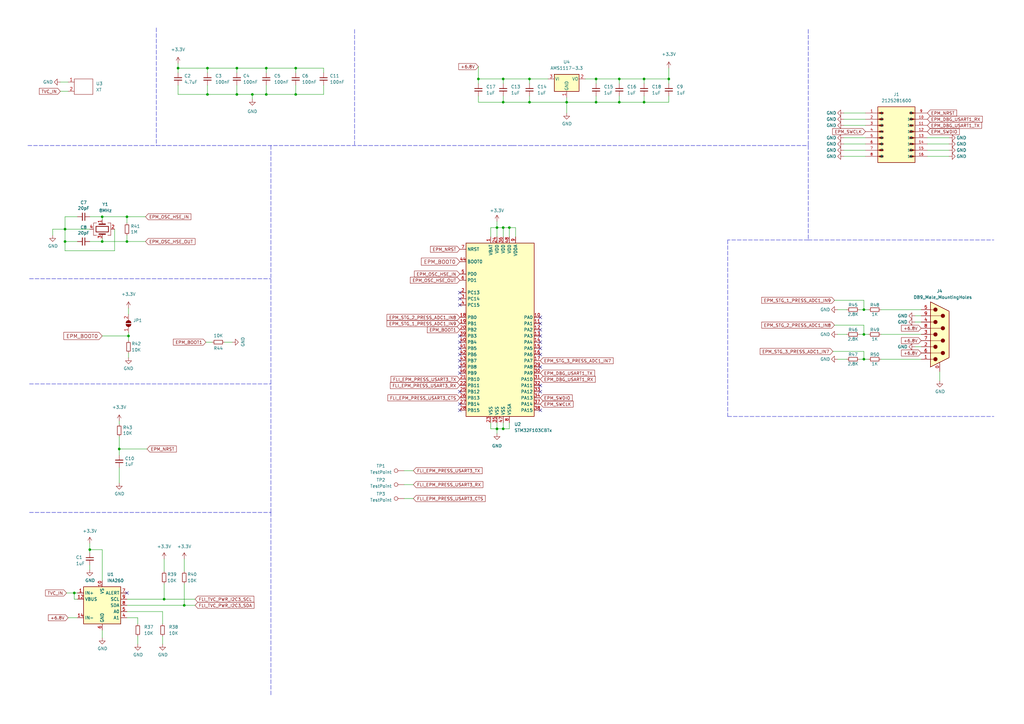
<source format=kicad_sch>
(kicad_sch (version 20211123) (generator eeschema)
  (paper "A3")
  (lib_symbols
    (symbol "2125281600:2125281600" (pin_names (offset 1.016))
      (property "Reference" "J" (at -7.62 11.43 0))
      (property "Value" "2125281600" (at -7.62 -15.24 0))
      (symbol "2125281600_0_0"
        (rectangle (start -7.62 -12.7) (end 7.62 10.16) (stroke (width 0.254)) (fill (type background)))
        (rectangle (start -6.985 -10.4775) (end -5.3975 -9.8425) (stroke (width 0.1)) (fill (type outline)))
        (rectangle (start -6.985 -7.9375) (end -5.3975 -7.3025) (stroke (width 0.1)) (fill (type outline)))
        (rectangle (start -6.985 -5.3975) (end -5.3975 -4.7625) (stroke (width 0.1)) (fill (type outline)))
        (rectangle (start -6.985 -2.8575) (end -5.3975 -2.2225) (stroke (width 0.1)) (fill (type outline)))
        (rectangle (start -6.985 -0.3175) (end -5.3975 0.3175) (stroke (width 0.1)) (fill (type outline)))
        (rectangle (start -6.985 2.2225) (end -5.3975 2.8575) (stroke (width 0.1)) (fill (type outline)))
        (rectangle (start -6.985 4.7625) (end -5.3975 5.3975) (stroke (width 0.1)) (fill (type outline)))
        (rectangle (start -6.985 7.3025) (end -5.3975 7.9375) (stroke (width 0.1)) (fill (type outline)))
        (polyline (pts (xy -7.62 -10.16) (xy -5.715 -10.16)) (stroke (width 0.254)))
        (polyline (pts (xy -7.62 -7.62) (xy -5.715 -7.62)) (stroke (width 0.254)))
        (polyline (pts (xy -7.62 -5.08) (xy -5.715 -5.08)) (stroke (width 0.254)))
        (polyline (pts (xy -7.62 -2.54) (xy -5.715 -2.54)) (stroke (width 0.254)))
        (polyline (pts (xy -7.62 0) (xy -5.715 0)) (stroke (width 0.254)))
        (polyline (pts (xy -7.62 2.54) (xy -5.715 2.54)) (stroke (width 0.254)))
        (polyline (pts (xy -7.62 5.08) (xy -5.715 5.08)) (stroke (width 0.254)))
        (polyline (pts (xy -7.62 7.62) (xy -5.715 7.62)) (stroke (width 0.254)))
        (polyline (pts (xy 7.62 -10.16) (xy 5.715 -10.16)) (stroke (width 0.254)))
        (polyline (pts (xy 7.62 -7.62) (xy 5.715 -7.62)) (stroke (width 0.254)))
        (polyline (pts (xy 7.62 -5.08) (xy 5.715 -5.08)) (stroke (width 0.254)))
        (polyline (pts (xy 7.62 -2.54) (xy 5.715 -2.54)) (stroke (width 0.254)))
        (polyline (pts (xy 7.62 0) (xy 5.715 0)) (stroke (width 0.254)))
        (polyline (pts (xy 7.62 5.08) (xy 5.715 5.08)) (stroke (width 0.254)))
        (polyline (pts (xy 7.62 7.62) (xy 5.715 7.62)) (stroke (width 0.254)))
        (rectangle (start 5.3975 -10.4775) (end 6.985 -9.8425) (stroke (width 0.1)) (fill (type outline)))
        (rectangle (start 5.3975 -7.9375) (end 6.985 -7.3025) (stroke (width 0.1)) (fill (type outline)))
        (rectangle (start 5.3975 -5.3975) (end 6.985 -4.7625) (stroke (width 0.1)) (fill (type outline)))
        (rectangle (start 5.3975 -2.8575) (end 6.985 -2.2225) (stroke (width 0.1)) (fill (type outline)))
        (rectangle (start 5.3975 -0.3175) (end 6.985 0.3175) (stroke (width 0.1)) (fill (type outline)))
        (rectangle (start 5.3975 2.2225) (end 6.985 2.8575) (stroke (width 0.1)) (fill (type outline)))
        (rectangle (start 5.3975 4.7625) (end 6.985 5.3975) (stroke (width 0.1)) (fill (type outline)))
        (rectangle (start 5.3975 7.3025) (end 6.985 7.9375) (stroke (width 0.1)) (fill (type outline)))
        (pin passive line (at -12.7 7.62 0) (length 5.08) (name "1") (number "1"))
        (pin passive line (at 12.7 5.08 180) (length 5.08) (name "10") (number "10"))
        (pin passive line (at 12.7 2.54 180) (length 5.08) (name "11") (number "11"))
        (pin passive line (at 12.7 0 180) (length 5.08) (name "12") (number "12"))
        (pin passive line (at 12.7 -2.54 180) (length 5.08) (name "13") (number "13"))
        (pin passive line (at 12.7 -5.08 180) (length 5.08) (name "14") (number "14"))
        (pin passive line (at 12.7 -7.62 180) (length 5.08) (name "15") (number "15"))
        (pin passive line (at 12.7 -10.16 180) (length 5.08) (name "16") (number "16"))
        (pin passive line (at -12.7 5.08 0) (length 5.08) (name "2") (number "2"))
        (pin passive line (at -12.7 2.54 0) (length 5.08) (name "3") (number "3"))
        (pin passive line (at -12.7 0 0) (length 5.08) (name "4") (number "4"))
        (pin passive line (at -12.7 -2.54 0) (length 5.08) (name "5") (number "5"))
        (pin passive line (at -12.7 -5.08 0) (length 5.08) (name "6") (number "6"))
        (pin passive line (at -12.7 -7.62 0) (length 5.08) (name "7") (number "7"))
        (pin passive line (at -12.7 -10.16 0) (length 5.08) (name "8") (number "8"))
        (pin passive line (at 12.7 7.62 180) (length 5.08) (name "9") (number "9"))
      )
    )
    (symbol "C_Small_1" (pin_numbers hide) (pin_names (offset 0.254) hide)
      (property "Reference" "C" (at 0.254 1.778 0))
      (property "Value" "C_Small_1" (at 0.254 -2.032 0))
      (symbol "C_Small_1_0_1"
        (polyline (pts (xy -1.524 -0.508) (xy 1.524 -0.508)) (stroke (width 0.3302)))
        (polyline (pts (xy -1.524 0.508) (xy 1.524 0.508)) (stroke (width 0.3048)))
      )
      (symbol "C_Small_1_1_1"
        (pin passive line (at 0 2.54 270) (length 2.032) (name "~") (number "1"))
        (pin passive line (at 0 -2.54 90) (length 2.032) (name "~") (number "2"))
      )
    )
    (symbol "Connector:DB9_Male_MountingHoles" (pin_names (offset 1.016) hide)
      (property "Reference" "J" (at 0 16.51 0))
      (property "Value" "DB9_Male_MountingHoles" (at 0 14.605 0))
      (symbol "DB9_Male_MountingHoles_0_1"
        (circle (center -1.778 -10.16) (radius 0.762) (fill (type outline)))
        (circle (center -1.778 -5.08) (radius 0.762) (fill (type outline)))
        (circle (center -1.778 0) (radius 0.762) (fill (type outline)))
        (circle (center -1.778 5.08) (radius 0.762) (fill (type outline)))
        (circle (center -1.778 10.16) (radius 0.762) (fill (type outline)))
        (polyline (pts (xy -3.81 -10.16) (xy -2.54 -10.16)))
        (polyline (pts (xy -3.81 -7.62) (xy 0.508 -7.62)))
        (polyline (pts (xy -3.81 -5.08) (xy -2.54 -5.08)))
        (polyline (pts (xy -3.81 -2.54) (xy 0.508 -2.54)))
        (polyline (pts (xy -3.81 0) (xy -2.54 0)))
        (polyline (pts (xy -3.81 2.54) (xy 0.508 2.54)))
        (polyline (pts (xy -3.81 5.08) (xy -2.54 5.08)))
        (polyline (pts (xy -3.81 7.62) (xy 0.508 7.62)))
        (polyline (pts (xy -3.81 10.16) (xy -2.54 10.16)))
        (polyline (pts (xy -3.81 -13.335) (xy -3.81 13.335) (xy 3.81 9.525) (xy 3.81 -9.525) (xy -3.81 -13.335)) (stroke (width 0.254)) (fill (type background)))
        (circle (center 1.27 -7.62) (radius 0.762) (fill (type outline)))
        (circle (center 1.27 -2.54) (radius 0.762) (fill (type outline)))
        (circle (center 1.27 2.54) (radius 0.762) (fill (type outline)))
        (circle (center 1.27 7.62) (radius 0.762) (fill (type outline)))
      )
      (symbol "DB9_Male_MountingHoles_1_1"
        (pin passive line (at 0 -15.24 90) (length 3.81) (name "PAD") (number "0"))
        (pin passive line (at -7.62 -10.16 0) (length 3.81) (name "1") (number "1"))
        (pin passive line (at -7.62 -5.08 0) (length 3.81) (name "2") (number "2"))
        (pin passive line (at -7.62 0 0) (length 3.81) (name "3") (number "3"))
        (pin passive line (at -7.62 5.08 0) (length 3.81) (name "4") (number "4"))
        (pin passive line (at -7.62 10.16 0) (length 3.81) (name "5") (number "5"))
        (pin passive line (at -7.62 -7.62 0) (length 3.81) (name "6") (number "6"))
        (pin passive line (at -7.62 -2.54 0) (length 3.81) (name "7") (number "7"))
        (pin passive line (at -7.62 2.54 0) (length 3.81) (name "8") (number "8"))
        (pin passive line (at -7.62 7.62 0) (length 3.81) (name "9") (number "9"))
      )
    )
    (symbol "Connector:TestPoint" (pin_numbers hide) (pin_names (offset 0.762) hide)
      (property "Reference" "TP" (at 0 6.858 0))
      (property "Value" "TestPoint" (at 0 5.08 0))
      (symbol "TestPoint_0_1"
        (circle (center 0 3.302) (radius 0.762))
      )
      (symbol "TestPoint_1_1"
        (pin passive line (at 0 0 90) (length 2.54) (name "1") (number "1"))
      )
    )
    (symbol "Device:C_Small" (pin_numbers hide) (pin_names (offset 0.254) hide)
      (property "Reference" "C" (at 0.254 1.778 0))
      (property "Value" "C_Small" (at 0.254 -2.032 0))
      (symbol "C_Small_0_1"
        (polyline (pts (xy -1.524 -0.508) (xy 1.524 -0.508)) (stroke (width 0.3302)))
        (polyline (pts (xy -1.524 0.508) (xy 1.524 0.508)) (stroke (width 0.3048)))
      )
      (symbol "C_Small_1_1"
        (pin passive line (at 0 2.54 270) (length 2.032) (name "~") (number "1"))
        (pin passive line (at 0 -2.54 90) (length 2.032) (name "~") (number "2"))
      )
    )
    (symbol "Device:Crystal_GND24" (pin_names (offset 1.016) hide)
      (property "Reference" "Y" (at 3.175 5.08 0))
      (property "Value" "Crystal_GND24" (at 3.175 3.175 0))
      (symbol "Crystal_GND24_0_1"
        (rectangle (start -1.143 2.54) (end 1.143 -2.54) (stroke (width 0.3048)))
        (polyline (pts (xy -2.54 0) (xy -2.032 0)))
        (polyline (pts (xy -2.032 -1.27) (xy -2.032 1.27)) (stroke (width 0.508)))
        (polyline (pts (xy 0 -3.81) (xy 0 -3.556)))
        (polyline (pts (xy 0 3.556) (xy 0 3.81)))
        (polyline (pts (xy 2.032 -1.27) (xy 2.032 1.27)) (stroke (width 0.508)))
        (polyline (pts (xy 2.032 0) (xy 2.54 0)))
        (polyline (pts (xy -2.54 -2.286) (xy -2.54 -3.556) (xy 2.54 -3.556) (xy 2.54 -2.286)))
        (polyline (pts (xy -2.54 2.286) (xy -2.54 3.556) (xy 2.54 3.556) (xy 2.54 2.286)))
      )
      (symbol "Crystal_GND24_1_1"
        (pin passive line (at -3.81 0 0) (length 1.27) (name "1") (number "1"))
        (pin passive line (at 0 5.08 270) (length 1.27) (name "2") (number "2"))
        (pin passive line (at 3.81 0 180) (length 1.27) (name "3") (number "3"))
        (pin passive line (at 0 -5.08 90) (length 1.27) (name "4") (number "4"))
      )
    )
    (symbol "Device:R_Small" (pin_numbers hide) (pin_names (offset 0.254) hide)
      (property "Reference" "R" (at 0.762 0.508 0))
      (property "Value" "R_Small" (at 0.762 -1.016 0))
      (symbol "R_Small_0_1"
        (rectangle (start -0.762 1.778) (end 0.762 -1.778) (stroke (width 0.2032)))
      )
      (symbol "R_Small_1_1"
        (pin passive line (at 0 2.54 270) (length 0.762) (name "~") (number "1"))
        (pin passive line (at 0 -2.54 90) (length 0.762) (name "~") (number "2"))
      )
    )
    (symbol "GND_1" (power) (pin_names (offset 0))
      (property "Value" "GND_1" (at 0 -3.81 0))
      (symbol "GND_1_0_1"
        (polyline (pts (xy 0 0) (xy 0 -1.27) (xy 1.27 -1.27) (xy 0 -2.54) (xy -1.27 -1.27) (xy 0 -1.27)))
      )
      (symbol "GND_1_1_1"
        (pin power_in line (at 0 0 270) (length 0) hide (name "GND") (number "1"))
      )
    )
    (symbol "Jumper:SolderJumper_2_Open" (pin_names (offset 0) hide)
      (property "Reference" "JP" (at 0 2.032 0))
      (property "Value" "SolderJumper_2_Open" (at 0 -2.54 0))
      (symbol "SolderJumper_2_Open_0_1"
        (arc (start -0.254 1.016) (mid -1.27 0) (end -0.254 -1.016))
        (arc (start -0.254 1.016) (mid -1.27 0) (end -0.254 -1.016) (fill (type outline)))
        (polyline (pts (xy -0.254 1.016) (xy -0.254 -1.016)))
        (polyline (pts (xy 0.254 1.016) (xy 0.254 -1.016)))
        (arc (start 0.254 -1.016) (mid 1.27 0) (end 0.254 1.016))
        (arc (start 0.254 -1.016) (mid 1.27 0) (end 0.254 1.016) (fill (type outline)))
      )
      (symbol "SolderJumper_2_Open_1_1"
        (pin passive line (at -3.81 0 0) (length 2.54) (name "A") (number "1"))
        (pin passive line (at 3.81 0 180) (length 2.54) (name "B") (number "2"))
      )
    )
    (symbol "MCU_ST_STM32F1:STM32F103CBTx"
      (property "Reference" "U" (at -15.24 36.83 0))
      (property "Value" "STM32F103CBTx" (at 7.62 36.83 0))
      (symbol "STM32F103CBTx_0_1"
        (rectangle (start -15.24 -35.56) (end 12.7 35.56) (stroke (width 0.254)) (fill (type background)))
      )
      (symbol "STM32F103CBTx_1_1"
        (pin power_in line (at -5.08 38.1 270) (length 2.54) (name "VBAT") (number "1"))
        (pin bidirectional line (at 15.24 5.08 180) (length 2.54) (name "PA0") (number "10"))
        (pin bidirectional line (at 15.24 2.54 180) (length 2.54) (name "PA1") (number "11"))
        (pin bidirectional line (at 15.24 0 180) (length 2.54) (name "PA2") (number "12"))
        (pin bidirectional line (at 15.24 -2.54 180) (length 2.54) (name "PA3") (number "13"))
        (pin bidirectional line (at 15.24 -5.08 180) (length 2.54) (name "PA4") (number "14"))
        (pin bidirectional line (at 15.24 -7.62 180) (length 2.54) (name "PA5") (number "15"))
        (pin bidirectional line (at 15.24 -10.16 180) (length 2.54) (name "PA6") (number "16"))
        (pin bidirectional line (at 15.24 -12.7 180) (length 2.54) (name "PA7") (number "17"))
        (pin bidirectional line (at -17.78 5.08 0) (length 2.54) (name "PB0") (number "18"))
        (pin bidirectional line (at -17.78 2.54 0) (length 2.54) (name "PB1") (number "19"))
        (pin bidirectional line (at -17.78 15.24 0) (length 2.54) (name "PC13") (number "2"))
        (pin bidirectional line (at -17.78 0 0) (length 2.54) (name "PB2") (number "20"))
        (pin bidirectional line (at -17.78 -20.32 0) (length 2.54) (name "PB10") (number "21"))
        (pin bidirectional line (at -17.78 -22.86 0) (length 2.54) (name "PB11") (number "22"))
        (pin power_in line (at -5.08 -38.1 90) (length 2.54) (name "VSS") (number "23"))
        (pin power_in line (at -2.54 38.1 270) (length 2.54) (name "VDD") (number "24"))
        (pin bidirectional line (at -17.78 -25.4 0) (length 2.54) (name "PB12") (number "25"))
        (pin bidirectional line (at -17.78 -27.94 0) (length 2.54) (name "PB13") (number "26"))
        (pin bidirectional line (at -17.78 -30.48 0) (length 2.54) (name "PB14") (number "27"))
        (pin bidirectional line (at -17.78 -33.02 0) (length 2.54) (name "PB15") (number "28"))
        (pin bidirectional line (at 15.24 -15.24 180) (length 2.54) (name "PA8") (number "29"))
        (pin bidirectional line (at -17.78 12.7 0) (length 2.54) (name "PC14") (number "3"))
        (pin bidirectional line (at 15.24 -17.78 180) (length 2.54) (name "PA9") (number "30"))
        (pin bidirectional line (at 15.24 -20.32 180) (length 2.54) (name "PA10") (number "31"))
        (pin bidirectional line (at 15.24 -22.86 180) (length 2.54) (name "PA11") (number "32"))
        (pin bidirectional line (at 15.24 -25.4 180) (length 2.54) (name "PA12") (number "33"))
        (pin bidirectional line (at 15.24 -27.94 180) (length 2.54) (name "PA13") (number "34"))
        (pin power_in line (at -2.54 -38.1 90) (length 2.54) (name "VSS") (number "35"))
        (pin power_in line (at 0 38.1 270) (length 2.54) (name "VDD") (number "36"))
        (pin bidirectional line (at 15.24 -30.48 180) (length 2.54) (name "PA14") (number "37"))
        (pin bidirectional line (at 15.24 -33.02 180) (length 2.54) (name "PA15") (number "38"))
        (pin bidirectional line (at -17.78 -2.54 0) (length 2.54) (name "PB3") (number "39"))
        (pin bidirectional line (at -17.78 10.16 0) (length 2.54) (name "PC15") (number "4"))
        (pin bidirectional line (at -17.78 -5.08 0) (length 2.54) (name "PB4") (number "40"))
        (pin bidirectional line (at -17.78 -7.62 0) (length 2.54) (name "PB5") (number "41"))
        (pin bidirectional line (at -17.78 -10.16 0) (length 2.54) (name "PB6") (number "42"))
        (pin bidirectional line (at -17.78 -12.7 0) (length 2.54) (name "PB7") (number "43"))
        (pin input line (at -17.78 27.94 0) (length 2.54) (name "BOOT0") (number "44"))
        (pin bidirectional line (at -17.78 -15.24 0) (length 2.54) (name "PB8") (number "45"))
        (pin bidirectional line (at -17.78 -17.78 0) (length 2.54) (name "PB9") (number "46"))
        (pin power_in line (at 0 -38.1 90) (length 2.54) (name "VSS") (number "47"))
        (pin power_in line (at 2.54 38.1 270) (length 2.54) (name "VDD") (number "48"))
        (pin input line (at -17.78 22.86 0) (length 2.54) (name "PD0") (number "5"))
        (pin input line (at -17.78 20.32 0) (length 2.54) (name "PD1") (number "6"))
        (pin input line (at -17.78 33.02 0) (length 2.54) (name "NRST") (number "7"))
        (pin power_in line (at 2.54 -38.1 90) (length 2.54) (name "VSSA") (number "8"))
        (pin power_in line (at 5.08 38.1 270) (length 2.54) (name "VDDA") (number "9"))
      )
    )
    (symbol "Regulator_Linear:AMS1117-3.3" (pin_names (offset 0.254))
      (property "Reference" "U" (at -3.81 3.175 0))
      (property "Value" "AMS1117-3.3" (at 0 3.175 0))
      (symbol "AMS1117-3.3_0_1"
        (rectangle (start -5.08 -5.08) (end 5.08 1.905) (stroke (width 0.254)) (fill (type background)))
      )
      (symbol "AMS1117-3.3_1_1"
        (pin power_in line (at 0 -7.62 90) (length 2.54) (name "GND") (number "1"))
        (pin power_out line (at 7.62 0 180) (length 2.54) (name "VO") (number "2"))
        (pin power_in line (at -7.62 0 0) (length 2.54) (name "VI") (number "3"))
      )
    )
    (symbol "Sensor:INA260"
      (property "Reference" "U" (at -6.35 8.89 0))
      (property "Value" "INA260" (at 2.54 8.89 0))
      (symbol "INA260_0_1"
        (rectangle (start -7.62 7.62) (end 7.62 -7.62) (stroke (width 0.254)) (fill (type background)))
      )
      (symbol "INA260_1_1"
        (pin passive line (at -10.16 5.08 0) (length 2.54) (name "IN+") (number "1"))
        (pin power_in line (at 0 10.16 270) (length 2.54) (name "VS") (number "10"))
        (pin passive line (at 0 -10.16 90) (length 2.54) hide (name "GND") (number "11"))
        (pin passive line (at -10.16 2.54 0) (length 2.54) (name "VBUS") (number "12"))
        (pin no_connect line (at 2.54 -7.62 90) (length 2.54) hide (name "NC") (number "13"))
        (pin passive line (at -10.16 -5.08 0) (length 2.54) (name "IN-") (number "14"))
        (pin passive line (at -10.16 -5.08 0) (length 2.54) hide (name "IN-") (number "15"))
        (pin passive line (at -10.16 -5.08 0) (length 2.54) hide (name "IN-") (number "16"))
        (pin passive line (at -10.16 5.08 0) (length 2.54) hide (name "IN+") (number "2"))
        (pin passive line (at -10.16 5.08 0) (length 2.54) hide (name "IN+") (number "3"))
        (pin input line (at 10.16 -5.08 180) (length 2.54) (name "A1") (number "4"))
        (pin input line (at 10.16 -2.54 180) (length 2.54) (name "A0") (number "5"))
        (pin power_in line (at 0 -10.16 90) (length 2.54) (name "GND") (number "6"))
        (pin open_collector line (at 10.16 5.08 180) (length 2.54) (name "ALERT") (number "7"))
        (pin bidirectional line (at 10.16 0 180) (length 2.54) (name "SDA") (number "8"))
        (pin input line (at 10.16 2.54 180) (length 2.54) (name "SCL") (number "9"))
      )
    )
    (symbol "XT30_RightAngle_NoSupport:XT"
      (property "Reference" "U" (at 0 0 0))
      (property "Value" "XT" (at 0 0 0))
      (symbol "XT_0_1"
        (rectangle (start -3.81 -1.27) (end 3.81 -7.62))
      )
      (symbol "XT_1_1"
        (pin input line (at -6.35 -2.54 0) (length 2.54) (name "") (number "1"))
        (pin input line (at -6.35 -6.35 0) (length 2.54) (name "") (number "2"))
      )
    )
    (symbol "power:+3.3V" (power) (pin_names (offset 0))
      (property "Value" "+3.3V" (at 0 3.556 0))
      (symbol "+3.3V_0_1"
        (polyline (pts (xy -0.762 1.27) (xy 0 2.54)))
        (polyline (pts (xy 0 0) (xy 0 2.54)))
        (polyline (pts (xy 0 2.54) (xy 0.762 1.27)))
      )
      (symbol "+3.3V_1_1"
        (pin power_in line (at 0 0 90) (length 0) hide (name "+3.3V") (number "1"))
      )
    )
    (symbol "power:GND" (power) (pin_names (offset 0))
      (property "Value" "GND" (at 0 -3.81 0))
      (symbol "GND_0_1"
        (polyline (pts (xy 0 0) (xy 0 -1.27) (xy 1.27 -1.27) (xy 0 -2.54) (xy -1.27 -1.27) (xy 0 -1.27)))
      )
      (symbol "GND_1_1"
        (pin power_in line (at 0 0 270) (length 0) hide (name "GND") (number "1"))
      )
    )
  )
  (junction (at 103.505 38.735))
  (junction (at 354.33 127))
  (junction (at 48.895 184.15))
  (junction (at 41.91 88.9))
  (junction (at 73.025 27.94))
  (junction (at 244.475 32.385))
  (junction (at 30.48 243.205))
  (junction (at 274.32 32.385))
  (junction (at 121.285 27.94))
  (junction (at 206.375 32.385))
  (junction (at 196.215 32.385))
  (junction (at 206.375 175.895))
  (junction (at 203.835 93.345))
  (junction (at 206.375 93.345))
  (junction (at 36.83 225.425))
  (junction (at 354.33 137.16))
  (junction (at 41.91 99.06))
  (junction (at 97.155 38.735))
  (junction (at 121.285 38.735))
  (junction (at 109.22 27.94))
  (junction (at 217.17 32.385))
  (junction (at 354.33 147.32))
  (junction (at 97.155 27.94))
  (junction (at 109.22 38.735))
  (junction (at 52.705 137.795))
  (junction (at 254 32.385))
  (junction (at 75.565 248.285))
  (junction (at 67.31 245.745))
  (junction (at 26.67 99.06))
  (junction (at 208.915 93.345))
  (junction (at 52.07 99.06))
  (junction (at 206.375 41.91))
  (junction (at 254 41.91))
  (junction (at 85.09 38.735))
  (junction (at 244.475 41.91))
  (junction (at 264.16 41.91))
  (junction (at 203.835 175.895))
  (junction (at 232.41 41.91))
  (junction (at 264.16 32.385))
  (junction (at 217.17 41.91))
  (junction (at 52.07 88.9))
  (junction (at 26.67 93.98))
  (junction (at 85.09 27.94))
  (no_connect (at 221.615 145.415))
  (no_connect (at 188.595 165.735))
  (no_connect (at 188.595 142.875))
  (no_connect (at 188.595 120.015))
  (no_connect (at 221.615 160.655))
  (no_connect (at 221.615 142.875))
  (no_connect (at 188.595 125.095))
  (no_connect (at 188.595 150.495))
  (no_connect (at 188.595 168.275))
  (no_connect (at 188.595 145.415))
  (no_connect (at 52.07 243.205))
  (no_connect (at 188.595 137.795))
  (no_connect (at 188.595 140.335))
  (no_connect (at 221.615 168.275))
  (no_connect (at 188.595 153.035))
  (no_connect (at 221.615 130.175))
  (no_connect (at 188.595 160.655))
  (no_connect (at 221.615 135.255))
  (no_connect (at 221.615 150.495))
  (no_connect (at 188.595 147.955))
  (no_connect (at 221.615 140.335))
  (no_connect (at 221.615 132.715))
  (no_connect (at 221.615 158.115))
  (no_connect (at 221.615 137.795))
  (no_connect (at 188.595 122.555))
  (wire (pts (xy 208.915 93.345) (xy 206.375 93.345)))
  (polyline (pts (xy 331.47 12.065) (xy 331.47 59.69)))
  (wire (pts (xy 97.155 27.94) (xy 85.09 27.94)))
  (wire (pts (xy 48.895 172.72) (xy 48.895 173.99)))
  (wire (pts (xy 85.09 29.845) (xy 85.09 27.94)))
  (wire (pts (xy 36.83 225.425) (xy 36.83 226.695)))
  (wire (pts (xy 201.295 97.155) (xy 201.295 93.345)))
  (polyline (pts (xy 298.45 170.815) (xy 331.47 170.815)))
  (wire (pts (xy 52.07 88.9) (xy 59.69 88.9)))
  (wire (pts (xy 244.475 39.37) (xy 244.475 41.91)))
  (wire (pts (xy 48.895 184.15) (xy 48.895 186.69)))
  (wire (pts (xy 52.07 96.52) (xy 52.07 99.06)))
  (wire (pts (xy 132.715 29.845) (xy 132.715 27.94)))
  (wire (pts (xy 73.025 27.94) (xy 73.025 29.845)))
  (wire (pts (xy 52.705 137.795) (xy 52.705 139.7)))
  (wire (pts (xy 48.895 191.77) (xy 48.895 198.12)))
  (polyline (pts (xy 64.135 59.69) (xy 135.255 59.69)))
  (wire (pts (xy 36.83 222.885) (xy 36.83 225.425)))
  (wire (pts (xy 36.83 231.775) (xy 36.83 233.68)))
  (wire (pts (xy 343.535 147.32) (xy 347.345 147.32)))
  (wire (pts (xy 206.375 97.155) (xy 206.375 93.345)))
  (wire (pts (xy 354.33 133.35) (xy 354.33 137.16)))
  (wire (pts (xy 36.83 93.98) (xy 26.67 93.98)))
  (wire (pts (xy 361.315 127) (xy 377.825 127)))
  (wire (pts (xy 254 32.385) (xy 254 34.29)))
  (wire (pts (xy 132.715 38.735) (xy 121.285 38.735)))
  (wire (pts (xy 206.375 41.91) (xy 217.17 41.91)))
  (wire (pts (xy 206.375 32.385) (xy 217.17 32.385)))
  (wire (pts (xy 380.365 56.515) (xy 389.255 56.515)))
  (wire (pts (xy 217.17 39.37) (xy 217.17 41.91)))
  (wire (pts (xy 342.265 123.19) (xy 354.33 123.19)))
  (wire (pts (xy 264.16 34.29) (xy 264.16 32.385)))
  (wire (pts (xy 354.965 61.595) (xy 346.075 61.595)))
  (wire (pts (xy 354.965 56.515) (xy 346.075 56.515)))
  (polyline (pts (xy 210.185 59.69) (xy 331.47 59.69)))
  (wire (pts (xy 343.535 137.16) (xy 347.345 137.16)))
  (wire (pts (xy 208.915 97.155) (xy 208.915 93.345)))
  (wire (pts (xy 85.09 27.94) (xy 73.025 27.94)))
  (wire (pts (xy 52.705 126.365) (xy 52.705 128.905)))
  (wire (pts (xy 206.375 39.37) (xy 206.375 41.91)))
  (wire (pts (xy 27.305 243.205) (xy 30.48 243.205)))
  (polyline (pts (xy 298.45 98.425) (xy 298.45 170.815)))
  (wire (pts (xy 30.48 245.745) (xy 30.48 243.205)))
  (wire (pts (xy 203.835 175.895) (xy 203.835 177.8)))
  (wire (pts (xy 354.965 48.895) (xy 346.075 48.895)))
  (polyline (pts (xy 12.065 210.185) (xy 111.125 210.185)))
  (wire (pts (xy 206.375 32.385) (xy 206.375 34.29)))
  (wire (pts (xy 244.475 41.91) (xy 232.41 41.91)))
  (wire (pts (xy 31.75 245.745) (xy 30.48 245.745)))
  (wire (pts (xy 85.09 38.735) (xy 97.155 38.735)))
  (wire (pts (xy 361.315 137.16) (xy 377.825 137.16)))
  (wire (pts (xy 21.59 96.52) (xy 21.59 93.98)))
  (wire (pts (xy 274.32 27.94) (xy 274.32 32.385)))
  (wire (pts (xy 196.215 32.385) (xy 196.215 34.29)))
  (wire (pts (xy 352.425 137.16) (xy 354.33 137.16)))
  (wire (pts (xy 352.425 127) (xy 354.33 127)))
  (polyline (pts (xy 11.43 59.69) (xy 64.135 59.69)))
  (wire (pts (xy 274.32 32.385) (xy 274.32 34.29)))
  (wire (pts (xy 24.765 33.655) (xy 27.94 33.655)))
  (wire (pts (xy 52.07 253.365) (xy 56.515 253.365)))
  (wire (pts (xy 121.285 34.925) (xy 121.285 38.735)))
  (wire (pts (xy 27.94 253.365) (xy 31.75 253.365)))
  (wire (pts (xy 48.895 184.15) (xy 48.895 179.07)))
  (wire (pts (xy 73.025 38.735) (xy 85.09 38.735)))
  (wire (pts (xy 377.825 142.24) (xy 375.285 142.24)))
  (wire (pts (xy 36.83 88.9) (xy 41.91 88.9)))
  (wire (pts (xy 75.565 229.235) (xy 75.565 234.315)))
  (wire (pts (xy 26.67 88.9) (xy 31.75 88.9)))
  (wire (pts (xy 73.025 26.035) (xy 73.025 27.94)))
  (wire (pts (xy 232.41 41.91) (xy 232.41 46.355)))
  (wire (pts (xy 354.33 127) (xy 356.235 127)))
  (wire (pts (xy 41.91 238.125) (xy 41.91 225.425)))
  (wire (pts (xy 380.365 64.135) (xy 389.255 64.135)))
  (wire (pts (xy 352.425 147.32) (xy 354.33 147.32)))
  (wire (pts (xy 132.715 34.925) (xy 132.715 38.735)))
  (wire (pts (xy 274.32 39.37) (xy 274.32 41.91)))
  (wire (pts (xy 196.215 41.91) (xy 206.375 41.91)))
  (wire (pts (xy 26.67 99.06) (xy 26.67 93.98)))
  (wire (pts (xy 211.455 93.345) (xy 208.915 93.345)))
  (wire (pts (xy 254 39.37) (xy 254 41.91)))
  (wire (pts (xy 217.17 41.91) (xy 232.41 41.91)))
  (wire (pts (xy 232.41 41.91) (xy 232.41 40.005)))
  (wire (pts (xy 41.91 88.9) (xy 52.07 88.9)))
  (wire (pts (xy 109.22 34.925) (xy 109.22 38.735)))
  (wire (pts (xy 208.915 175.895) (xy 206.375 175.895)))
  (wire (pts (xy 66.675 250.825) (xy 66.675 255.905)))
  (wire (pts (xy 201.295 175.895) (xy 203.835 175.895)))
  (wire (pts (xy 67.31 229.235) (xy 67.31 234.315)))
  (wire (pts (xy 30.48 243.205) (xy 31.75 243.205)))
  (polyline (pts (xy 135.255 59.69) (xy 210.185 59.69)))
  (wire (pts (xy 354.965 46.355) (xy 346.075 46.355)))
  (polyline (pts (xy 111.125 210.185) (xy 111.125 285.115)))
  (wire (pts (xy 264.16 39.37) (xy 264.16 41.91)))
  (wire (pts (xy 203.835 90.805) (xy 203.835 93.345)))
  (wire (pts (xy 121.285 27.94) (xy 132.715 27.94)))
  (polyline (pts (xy 331.47 59.69) (xy 331.47 98.425)))
  (wire (pts (xy 254 41.91) (xy 244.475 41.91)))
  (polyline (pts (xy 12.065 114.3) (xy 111.125 114.3)))
  (wire (pts (xy 67.31 239.395) (xy 67.31 245.745)))
  (wire (pts (xy 342.265 133.35) (xy 354.33 133.35)))
  (wire (pts (xy 244.475 32.385) (xy 254 32.385)))
  (wire (pts (xy 84.455 140.335) (xy 86.995 140.335)))
  (wire (pts (xy 354.33 123.19) (xy 354.33 127)))
  (polyline (pts (xy 331.47 170.815) (xy 407.67 170.815)))
  (wire (pts (xy 109.22 38.735) (xy 121.285 38.735)))
  (wire (pts (xy 97.155 29.845) (xy 97.155 27.94)))
  (wire (pts (xy 73.025 34.925) (xy 73.025 38.735)))
  (wire (pts (xy 56.515 260.985) (xy 56.515 264.16)))
  (wire (pts (xy 264.16 32.385) (xy 274.32 32.385)))
  (wire (pts (xy 354.965 59.055) (xy 346.075 59.055)))
  (wire (pts (xy 121.285 29.845) (xy 121.285 27.94)))
  (wire (pts (xy 385.445 152.4) (xy 385.445 156.21)))
  (wire (pts (xy 208.915 173.355) (xy 208.915 175.895)))
  (wire (pts (xy 361.315 147.32) (xy 377.825 147.32)))
  (wire (pts (xy 52.705 136.525) (xy 52.705 137.795)))
  (wire (pts (xy 21.59 93.98) (xy 26.67 93.98)))
  (polyline (pts (xy 331.47 98.425) (xy 407.67 98.425)))
  (wire (pts (xy 211.455 97.155) (xy 211.455 93.345)))
  (wire (pts (xy 103.505 38.735) (xy 109.22 38.735)))
  (wire (pts (xy 274.32 41.91) (xy 264.16 41.91)))
  (wire (pts (xy 109.22 29.845) (xy 109.22 27.94)))
  (wire (pts (xy 201.295 93.345) (xy 203.835 93.345)))
  (wire (pts (xy 380.365 61.595) (xy 389.255 61.595)))
  (wire (pts (xy 217.17 32.385) (xy 217.17 34.29)))
  (wire (pts (xy 75.565 239.395) (xy 75.565 248.285)))
  (wire (pts (xy 26.67 93.98) (xy 26.67 88.9)))
  (wire (pts (xy 41.91 137.795) (xy 52.705 137.795)))
  (polyline (pts (xy 64.135 11.43) (xy 64.135 59.69)))
  (polyline (pts (xy 111.125 59.69) (xy 111.125 157.48)))
  (wire (pts (xy 203.835 175.895) (xy 206.375 175.895)))
  (wire (pts (xy 254 32.385) (xy 264.16 32.385)))
  (wire (pts (xy 341.63 144.145) (xy 354.33 144.145)))
  (wire (pts (xy 354.33 147.32) (xy 356.235 147.32)))
  (wire (pts (xy 52.07 248.285) (xy 75.565 248.285)))
  (wire (pts (xy 354.33 137.16) (xy 356.235 137.16)))
  (wire (pts (xy 217.17 32.385) (xy 224.79 32.385)))
  (wire (pts (xy 240.03 32.385) (xy 244.475 32.385)))
  (wire (pts (xy 46.99 102.87) (xy 26.67 102.87)))
  (wire (pts (xy 66.675 260.985) (xy 66.675 264.16)))
  (wire (pts (xy 354.33 144.145) (xy 354.33 147.32)))
  (wire (pts (xy 196.215 39.37) (xy 196.215 41.91)))
  (wire (pts (xy 196.215 32.385) (xy 206.375 32.385)))
  (wire (pts (xy 97.155 38.735) (xy 103.505 38.735)))
  (wire (pts (xy 354.965 51.435) (xy 346.075 51.435)))
  (wire (pts (xy 354.965 64.135) (xy 346.075 64.135)))
  (wire (pts (xy 52.705 144.78) (xy 52.705 146.685)))
  (wire (pts (xy 41.91 99.06) (xy 52.07 99.06)))
  (wire (pts (xy 85.09 34.925) (xy 85.09 38.735)))
  (wire (pts (xy 31.75 99.06) (xy 26.67 99.06)))
  (wire (pts (xy 46.99 93.98) (xy 46.99 102.87)))
  (polyline (pts (xy 111.125 210.185) (xy 111.125 157.48)))
  (wire (pts (xy 52.07 99.06) (xy 59.69 99.06)))
  (polyline (pts (xy 12.065 157.48) (xy 111.125 157.48)))
  (wire (pts (xy 92.075 140.335) (xy 95.25 140.335)))
  (wire (pts (xy 206.375 93.345) (xy 203.835 93.345)))
  (wire (pts (xy 97.155 27.94) (xy 109.22 27.94)))
  (wire (pts (xy 203.835 93.345) (xy 203.835 97.155)))
  (wire (pts (xy 264.16 41.91) (xy 254 41.91)))
  (wire (pts (xy 52.07 91.44) (xy 52.07 88.9)))
  (wire (pts (xy 165.735 193.04) (xy 169.545 193.04)))
  (wire (pts (xy 41.91 258.445) (xy 41.91 261.62)))
  (wire (pts (xy 377.825 129.54) (xy 375.285 129.54)))
  (wire (pts (xy 109.22 27.94) (xy 121.285 27.94)))
  (wire (pts (xy 48.895 184.15) (xy 60.325 184.15)))
  (wire (pts (xy 206.375 173.355) (xy 206.375 175.895)))
  (wire (pts (xy 41.91 225.425) (xy 36.83 225.425)))
  (wire (pts (xy 75.565 248.285) (xy 80.01 248.285)))
  (wire (pts (xy 67.31 245.745) (xy 80.01 245.745)))
  (wire (pts (xy 41.91 90.17) (xy 41.91 88.9)))
  (wire (pts (xy 380.365 59.055) (xy 389.255 59.055)))
  (wire (pts (xy 203.835 173.355) (xy 203.835 175.895)))
  (wire (pts (xy 52.07 245.745) (xy 67.31 245.745)))
  (wire (pts (xy 24.765 37.465) (xy 27.94 37.465)))
  (wire (pts (xy 41.91 97.79) (xy 41.91 99.06)))
  (wire (pts (xy 165.735 204.47) (xy 169.545 204.47)))
  (wire (pts (xy 97.155 34.925) (xy 97.155 38.735)))
  (wire (pts (xy 244.475 34.29) (xy 244.475 32.385)))
  (wire (pts (xy 26.67 102.87) (xy 26.67 99.06)))
  (wire (pts (xy 36.83 99.06) (xy 41.91 99.06)))
  (wire (pts (xy 165.735 198.755) (xy 169.545 198.755)))
  (wire (pts (xy 52.07 250.825) (xy 66.675 250.825)))
  (wire (pts (xy 103.505 38.735) (xy 103.505 40.64)))
  (wire (pts (xy 201.295 173.355) (xy 201.295 175.895)))
  (wire (pts (xy 196.215 27.305) (xy 196.215 32.385)))
  (polyline (pts (xy 331.47 98.425) (xy 298.45 98.425)))
  (wire (pts (xy 56.515 253.365) (xy 56.515 255.905)))
  (wire (pts (xy 343.535 127) (xy 347.345 127)))
  (wire (pts (xy 377.825 132.08) (xy 375.285 132.08)))
  (polyline (pts (xy 145.415 12.065) (xy 145.415 59.69)))
  (global_label "FLI_EPM_PRESS_USART3_CTS" (shape input) (at 188.595 163.195 180) (property "Intersheet References" "${INTERSHEET_REFS}" (effects hide)))
  (global_label "EPM_DBG_USART1_RX" (shape input) (at 221.615 155.575 0) (property "Intersheet References" "${INTERSHEET_REFS}" (effects hide)))
  (global_label "FLI_EPM_PRESS_USART3_TX" (shape input) (at 188.595 155.575 180) (property "Intersheet References" "${INTERSHEET_REFS}" (effects hide)))
  (global_label "EPM_SWCLK" (shape input) (at 354.965 53.975 180) (property "Intersheet References" "${INTERSHEET_REFS}" (effects hide)))
  (global_label "+6.8V" (shape input) (at 196.215 27.305 180) (property "Intersheet References" "${INTERSHEET_REFS}" (effects hide)))
  (global_label "EPM_STG_2_PRESS_ADC1_IN8" (shape input) (at 342.265 133.35 180) (property "Intersheet References" "${INTERSHEET_REFS}" (effects hide)))
  (global_label "EPM_BOOT1" (shape input) (at 84.455 140.335 180) (property "Intersheet References" "${INTERSHEET_REFS}" (effects hide)))
  (global_label "EPM_BOOT0" (shape input) (at 41.91 137.795 180) (effects (font (size 1.4986 1.4986))) (property "Intersheet References" "${INTERSHEET_REFS}" (effects hide)))
  (global_label "FLI_TVC_PWR_I2C3_SDA" (shape input) (at 80.01 248.285 0) (property "Intersheet References" "${INTERSHEET_REFS}" (effects hide)))
  (global_label "FLI_EPM_PRESS_USART3_RX" (shape input) (at 188.595 158.115 180) (property "Intersheet References" "${INTERSHEET_REFS}" (effects hide)))
  (global_label "EPM_DBG_USART1_TX" (shape input) (at 380.365 51.435 0) (property "Intersheet References" "${INTERSHEET_REFS}" (effects hide)))
  (global_label "EPM_SWDIO" (shape input) (at 221.615 163.195 0) (property "Intersheet References" "${INTERSHEET_REFS}" (effects hide)))
  (global_label "TVC_IN" (shape input) (at 24.765 37.465 180) (property "Intersheet References" "${INTERSHEET_REFS}" (effects hide)))
  (global_label "EPM_OSC_HSE_IN" (shape input) (at 188.595 112.395 180) (property "Intersheet References" "${INTERSHEET_REFS}" (effects hide)))
  (global_label "EPM_DBG_USART1_TX" (shape input) (at 221.615 153.035 0) (property "Intersheet References" "${INTERSHEET_REFS}" (effects hide)))
  (global_label "EPM_STG_3_PRESS_ADC1_IN7" (shape input) (at 341.63 144.145 180) (property "Intersheet References" "${INTERSHEET_REFS}" (effects hide)))
  (global_label "EPM_DBG_USART1_RX" (shape input) (at 380.365 48.895 0) (property "Intersheet References" "${INTERSHEET_REFS}" (effects hide)))
  (global_label "+6.8V" (shape input) (at 377.825 134.62 180) (property "Intersheet References" "${INTERSHEET_REFS}" (effects hide)))
  (global_label "EPM_OSC_HSE_IN" (shape input) (at 59.69 88.9 0) (property "Intersheet References" "${INTERSHEET_REFS}" (effects hide)))
  (global_label "FLI_TVC_PWR_I2C3_SCL" (shape input) (at 80.01 245.745 0) (property "Intersheet References" "${INTERSHEET_REFS}" (effects hide)))
  (global_label "EPM_STG_1_PRESS_ADC1_IN9" (shape input) (at 188.595 132.715 180) (property "Intersheet References" "${INTERSHEET_REFS}" (effects hide)))
  (global_label "TVC_IN" (shape input) (at 27.305 243.205 180) (property "Intersheet References" "${INTERSHEET_REFS}" (effects hide)))
  (global_label "EPM_STG_2_PRESS_ADC1_IN8" (shape input) (at 188.595 130.175 180) (property "Intersheet References" "${INTERSHEET_REFS}" (effects hide)))
  (global_label "EPM_BOOT0" (shape input) (at 188.595 107.315 180) (effects (font (size 1.4986 1.4986))) (property "Intersheet References" "${INTERSHEET_REFS}" (effects hide)))
  (global_label "EPM_NRST" (shape input) (at 188.595 102.235 180) (property "Intersheet References" "${INTERSHEET_REFS}" (effects hide)))
  (global_label "EPM_STG_3_PRESS_ADC1_IN7" (shape input) (at 221.615 147.955 0) (property "Intersheet References" "${INTERSHEET_REFS}" (effects hide)))
  (global_label "EPM_BOOT1" (shape input) (at 188.595 135.255 180) (property "Intersheet References" "${INTERSHEET_REFS}" (effects hide)))
  (global_label "EPM_SWDIO" (shape input) (at 380.365 53.975 0) (property "Intersheet References" "${INTERSHEET_REFS}" (effects hide)))
  (global_label "FLI_EPM_PRESS_USART3_CTS" (shape input) (at 169.545 204.47 0) (property "Intersheet References" "${INTERSHEET_REFS}" (effects hide)))
  (global_label "EPM_NRST" (shape input) (at 60.325 184.15 0) (property "Intersheet References" "${INTERSHEET_REFS}" (effects hide)))
  (global_label "+6.8V" (shape input) (at 377.825 144.78 180) (property "Intersheet References" "${INTERSHEET_REFS}" (effects hide)))
  (global_label "FLI_EPM_PRESS_USART3_TX" (shape input) (at 169.545 193.04 0) (property "Intersheet References" "${INTERSHEET_REFS}" (effects hide)))
  (global_label "FLI_EPM_PRESS_USART3_RX" (shape input) (at 169.545 198.755 0) (property "Intersheet References" "${INTERSHEET_REFS}" (effects hide)))
  (global_label "EPM_NRST" (shape input) (at 380.365 46.355 0) (property "Intersheet References" "${INTERSHEET_REFS}" (effects hide)))
  (global_label "+6.8V" (shape input) (at 377.825 139.7 180) (property "Intersheet References" "${INTERSHEET_REFS}" (effects hide)))
  (global_label "EPM_STG_1_PRESS_ADC1_IN9" (shape input) (at 342.265 123.19 180) (property "Intersheet References" "${INTERSHEET_REFS}" (effects hide)))
  (global_label "+6.8V" (shape input) (at 27.94 253.365 180) (property "Intersheet References" "${INTERSHEET_REFS}" (effects hide)))
  (global_label "EPM_OSC_HSE_OUT" (shape input) (at 188.595 114.935 180) (property "Intersheet References" "${INTERSHEET_REFS}" (effects hide)))
  (global_label "EPM_OSC_HSE_OUT" (shape input) (at 59.69 99.06 0) (property "Intersheet References" "${INTERSHEET_REFS}" (effects hide)))
  (global_label "EPM_SWCLK" (shape input) (at 221.615 165.735 0) (property "Intersheet References" "${INTERSHEET_REFS}" (effects hide)))
  (symbol (lib_id "power:GND") (at 346.075 64.135 270) (unit 1)
    (property "Reference" "#PWR023" (effects hide))
    (property "Value" "GND" (at 340.995 64.135 90))
  )
  (symbol (lib_id "power:GND") (at 346.075 46.355 270) (unit 1)
    (property "Reference" "#PWR09" (effects hide))
    (property "Value" "GND" (at 340.995 46.355 90))
  )
  (symbol (lib_id "power:+3.3V") (at 36.83 222.885 0) (unit 1)
    (property "Reference" "#PWR0118" (effects hide))
    (property "Value" "+3.3V" (at 36.83 217.805 0))
  )
  (symbol (lib_id "power:GND") (at 346.075 61.595 270) (unit 1)
    (property "Reference" "#PWR022" (effects hide))
    (property "Value" "GND" (at 340.995 61.595 90))
  )
  (symbol (lib_id "power:GND") (at 389.255 64.135 90) (unit 1)
    (property "Reference" "#PWR030" (effects hide))
    (property "Value" "GND" (at 394.335 64.135 90))
  )
  (symbol (lib_id "power:GND") (at 346.075 51.435 270) (unit 1)
    (property "Reference" "#PWR019" (effects hide))
    (property "Value" "GND" (at 340.995 51.435 90))
  )
  (symbol (lib_id "power:GND") (at 36.83 233.68 0) (unit 1)
    (property "Reference" "#PWR0117" (effects hide))
    (property "Value" "GND" (at 36.957 238.0742 0))
  )
  (symbol (lib_id "Device:R_Small") (at 358.775 137.16 90) (unit 1)
    (property "Reference" "R49" (at 358.775 135.255 90))
    (property "Value" "1K" (at 358.775 139.065 90))
    (property "Footprint" "Resistor_SMD:R_0402_1005Metric" (effects hide))
  )
  (symbol (lib_id "power:GND") (at 346.075 56.515 270) (unit 1)
    (property "Reference" "#PWR020" (effects hide))
    (property "Value" "GND" (at 340.995 56.515 90))
  )
  (symbol (lib_id "Jumper:SolderJumper_2_Open") (at 52.705 132.715 90) (unit 1)
    (property "Reference" "JP1" (at 54.61 131.4449 90) (effects (justify right)))
    (property "Value" "SJumper" (effects hide))
    (property "Footprint" "Jumper:SolderJumper-2_P1.3mm_Open_TrianglePad1.0x1.5mm" (effects hide))
  )
  (symbol (lib_id "Device:R_Small") (at 349.885 127 90) (unit 1)
    (property "Reference" "R45" (at 349.885 125.095 90))
    (property "Value" "2.8K" (at 349.885 128.905 90))
    (property "Footprint" "Resistor_SMD:R_0402_1005Metric" (effects hide))
  )
  (symbol (lib_id "Device:C_Small") (at 34.29 88.9 270) (unit 1)
    (property "Reference" "C7" (at 34.29 83.0834 90))
    (property "Value" "20pF" (at 34.29 85.3948 90))
    (property "Footprint" "Capacitor_SMD:C_0402_1005Metric" (effects hide))
  )
  (symbol (lib_id "Regulator_Linear:AMS1117-3.3") (at 232.41 32.385 0) (unit 1)
    (property "Reference" "U4" (at 232.41 25.4 0))
    (property "Value" "AMS1117-3.3" (at 232.41 27.94 0))
    (property "Footprint" "Package_TO_SOT_SMD:SOT-223-3_TabPin2" (effects hide))
    (property "Datasheet" "http://www.advanced-monolithic.com/pdf/ds1117.pdf" (effects hide))
  )
  (symbol (lib_id "power:GND") (at 343.535 137.16 270) (unit 1)
    (property "Reference" "#PWR0128" (effects hide))
    (property "Value" "GND" (at 338.455 137.16 90))
  )
  (symbol (lib_id "Connector:DB9_Male_MountingHoles") (at 385.445 137.16 0) (unit 1)
    (property "Reference" "J4" (at 384.175 119.38 0) (effects (justify left)))
    (property "Value" "DB9_Male_MountingHoles" (at 374.65 121.92 0) (effects (justify left)))
    (property "Footprint" "Connector_Dsub:DSUB-9_Female_Horizontal_P2.77x2.84mm_EdgePinOffset4.94mm_Housed_MountingHolesOffset7.48mm" (effects hide))
    (property "Datasheet" " ~" (effects hide))
  )
  (symbol (lib_id "2125281600:2125281600") (at 367.665 53.975 0) (unit 1)
    (property "Reference" "J1" (at 367.665 38.735 0))
    (property "Value" "2125281600" (at 367.665 41.275 0))
    (property "Footprint" "ATX_16P_2125281600:MOLEX_2125281600" (effects hide))
    (property "PARTREV" "A3" (effects hide))
    (property "STANDARD" "Manufacturer Recommendations" (effects hide))
    (property "MAXIMUM_PACKAGE_HEIGHT" "8.8 mm" (effects hide))
    (property "MANUFACTURER" "Molex" (effects hide))
  )
  (symbol (lib_id "Device:R_Small") (at 56.515 258.445 0) (unit 1)
    (property "Reference" "R37" (at 59.055 257.1749 0) (effects (justify left)))
    (property "Value" "10K" (at 59.055 259.7149 0) (effects (justify left)))
    (property "Footprint" "Resistor_SMD:R_0402_1005Metric" (effects hide))
  )
  (symbol (lib_id "power:+3.3V") (at 48.895 172.72 0) (unit 1)
    (property "Reference" "#PWR0134" (effects hide))
    (property "Value" "+3.3V" (at 48.895 167.005 0))
  )
  (symbol (lib_name "GND_1") (lib_id "power:GND") (at 52.705 146.685 0) (unit 1)
    (property "Reference" "#PWR0132" (effects hide))
    (property "Value" "GND" (at 52.705 151.13 0))
  )
  (symbol (lib_id "Device:R_Small") (at 75.565 236.855 0) (unit 1)
    (property "Reference" "R40" (at 76.835 235.585 0) (effects (justify left)))
    (property "Value" "10K" (at 76.835 238.125 0) (effects (justify left)))
    (property "Footprint" "Resistor_SMD:R_0402_1005Metric" (effects hide))
  )
  (symbol (lib_id "Device:C_Small") (at 97.155 32.385 0) (unit 1)
    (property "Reference" "C4" (at 99.695 31.1212 0) (effects (justify left)))
    (property "Value" "100nF" (at 99.695 33.6612 0) (effects (justify left)))
    (property "Footprint" "Capacitor_SMD:C_0402_1005Metric" (effects hide))
  )
  (symbol (lib_id "power:GND") (at 389.255 56.515 90) (unit 1)
    (property "Reference" "#PWR024" (effects hide))
    (property "Value" "GND" (at 394.335 56.515 90))
  )
  (symbol (lib_id "Connector:TestPoint") (at 165.735 204.47 90) (unit 1)
    (property "Reference" "TP3" (at 156.21 202.565 90))
    (property "Value" "TestPoint" (at 156.21 205.105 90))
    (property "Footprint" "TestPoint:TestPoint_Pad_D1.0mm" (effects hide))
  )
  (symbol (lib_id "Device:R_Small") (at 67.31 236.855 0) (unit 1)
    (property "Reference" "R39" (at 68.58 235.585 0) (effects (justify left)))
    (property "Value" "10K" (at 68.58 238.125 0) (effects (justify left)))
    (property "Footprint" "Resistor_SMD:R_0402_1005Metric" (effects hide))
  )
  (symbol (lib_id "Device:R_Small") (at 89.535 140.335 270) (unit 1)
    (property "Reference" "R44" (at 89.535 142.875 90))
    (property "Value" "10K" (at 89.535 137.668 90))
    (property "Footprint" "Resistor_SMD:R_0402_1005Metric" (effects hide))
  )
  (symbol (lib_id "power:GND") (at 103.505 40.64 0) (unit 1)
    (property "Reference" "#PWR0122" (effects hide))
    (property "Value" "GND" (at 103.505 45.72 0))
  )
  (symbol (lib_id "power:GND") (at 41.91 261.62 0) (unit 1)
    (property "Reference" "#PWR0114" (effects hide))
    (property "Value" "GND" (at 42.037 266.0142 0))
  )
  (symbol (lib_id "Device:C_Small") (at 34.29 99.06 270) (unit 1)
    (property "Reference" "C8" (at 34.29 93.2434 90))
    (property "Value" "20pF" (at 34.29 95.5548 90))
    (property "Footprint" "Capacitor_SMD:C_0402_1005Metric" (effects hide))
  )
  (symbol (lib_id "Device:R_Small") (at 66.675 258.445 0) (unit 1)
    (property "Reference" "R38" (at 69.215 257.1749 0) (effects (justify left)))
    (property "Value" "10K" (at 69.215 259.7149 0) (effects (justify left)))
    (property "Footprint" "Resistor_SMD:R_0402_1005Metric" (effects hide))
  )
  (symbol (lib_id "power:GND") (at 56.515 264.16 0) (unit 1)
    (property "Reference" "#PWR0113" (effects hide))
    (property "Value" "GND" (at 56.642 268.5542 0))
  )
  (symbol (lib_id "Device:C_Small") (at 217.17 36.83 0) (unit 1)
    (property "Reference" "C14" (at 220.345 35.5662 0) (effects (justify left)))
    (property "Value" "1uF" (at 220.345 38.1062 0) (effects (justify left)))
    (property "Footprint" "Capacitor_SMD:C_0805_2012Metric" (effects hide))
  )
  (symbol (lib_id "power:GND") (at 343.535 147.32 270) (unit 1)
    (property "Reference" "#PWR0124" (effects hide))
    (property "Value" "GND" (at 338.455 147.32 90))
  )
  (symbol (lib_id "Device:C_Small") (at 85.09 32.385 0) (unit 1)
    (property "Reference" "C3" (at 88.265 31.1212 0) (effects (justify left)))
    (property "Value" "100nF" (at 88.265 33.6612 0) (effects (justify left)))
    (property "Footprint" "Capacitor_SMD:C_0402_1005Metric" (effects hide))
  )
  (symbol (lib_id "power:GND") (at 343.535 127 270) (unit 1)
    (property "Reference" "#PWR0125" (effects hide))
    (property "Value" "GND" (at 338.455 127 90))
  )
  (symbol (lib_id "Sensor:INA260") (at 41.91 248.285 0) (unit 1)
    (property "Reference" "U1" (at 43.9294 235.585 0) (effects (justify left)))
    (property "Value" "INA260" (at 43.9294 238.125 0) (effects (justify left)))
    (property "Footprint" "Package_SO:TSSOP-16_4.4x5mm_P0.65mm" (effects hide))
    (property "Datasheet" "http://www.ti.com/lit/ds/symlink/ina260.pdf" (effects hide))
  )
  (symbol (lib_id "Device:C_Small") (at 73.025 32.385 0) (unit 1)
    (property "Reference" "C2" (at 75.565 31.1212 0) (effects (justify left)))
    (property "Value" "4.7uF" (at 75.565 33.6612 0) (effects (justify left)))
    (property "Footprint" "Capacitor_SMD:C_0402_1005Metric" (effects hide))
  )
  (symbol (lib_id "Device:R_Small") (at 48.895 176.53 0) (unit 1)
    (property "Reference" "R43" (at 50.3936 175.3616 0) (effects (justify left)))
    (property "Value" "10K" (at 50.3936 177.673 0) (effects (justify left)))
    (property "Footprint" "Resistor_SMD:R_0402_1005Metric" (effects hide))
  )
  (symbol (lib_id "Device:C_Small") (at 121.285 32.385 0) (unit 1)
    (property "Reference" "C6" (at 123.825 31.1212 0) (effects (justify left)))
    (property "Value" "100nF" (at 123.825 33.6612 0) (effects (justify left)))
    (property "Footprint" "Capacitor_SMD:C_0402_1005Metric" (effects hide))
  )
  (symbol (lib_id "power:+3.3V") (at 73.025 26.035 0) (unit 1)
    (property "Reference" "#PWR0105" (effects hide))
    (property "Value" "+3.3V" (at 73.025 20.32 0))
  )
  (symbol (lib_id "power:GND") (at 375.285 129.54 270) (unit 1)
    (property "Reference" "#PWR0121" (effects hide))
    (property "Value" "GND" (at 370.205 129.54 90))
  )
  (symbol (lib_id "Device:R_Small") (at 52.705 142.24 0) (unit 1)
    (property "Reference" "R42" (at 55.88 140.97 0))
    (property "Value" "10K" (at 55.88 143.51 0))
    (property "Footprint" "Resistor_SMD:R_0402_1005Metric" (effects hide))
  )
  (symbol (lib_id "power:GND") (at 346.075 48.895 270) (unit 1)
    (property "Reference" "#PWR014" (effects hide))
    (property "Value" "GND" (at 340.995 48.895 90))
  )
  (symbol (lib_id "power:GND") (at 24.765 33.655 270) (unit 1)
    (property "Reference" "#PWR0103" (effects hide))
    (property "Value" "GND" (at 19.685 33.655 90))
  )
  (symbol (lib_id "Device:C_Small") (at 109.22 32.385 0) (unit 1)
    (property "Reference" "C5" (at 112.395 31.1212 0) (effects (justify left)))
    (property "Value" "100nF" (at 112.395 33.6612 0) (effects (justify left)))
    (property "Footprint" "Capacitor_SMD:C_0402_1005Metric" (effects hide))
  )
  (symbol (lib_id "power:+3.3V") (at 274.32 27.94 0) (unit 1)
    (property "Reference" "#PWR08" (effects hide))
    (property "Value" "+3.3V" (at 274.32 22.225 0))
  )
  (symbol (lib_id "power:+3.3V") (at 203.835 90.805 0) (unit 1)
    (property "Reference" "#PWR0123" (effects hide))
    (property "Value" "+3.3V" (at 203.835 86.36 0))
  )
  (symbol (lib_id "power:GND") (at 95.25 140.335 90) (unit 1)
    (property "Reference" "#PWR0133" (effects hide))
    (property "Value" "GND" (at 99.6442 140.208 0))
  )
  (symbol (lib_id "Device:R_Small") (at 52.07 93.98 0) (unit 1)
    (property "Reference" "R41" (at 53.5686 92.8116 0) (effects (justify left)))
    (property "Value" "1M" (at 53.5686 95.123 0) (effects (justify left)))
    (property "Footprint" "Resistor_SMD:R_0402_1005Metric" (effects hide))
  )
  (symbol (lib_id "power:GND") (at 203.835 177.8 0) (unit 1)
    (property "Reference" "#PWR0119" (effects hide))
    (property "Value" "GND" (at 203.835 182.88 0))
  )
  (symbol (lib_id "power:GND") (at 385.445 156.21 0) (unit 1)
    (property "Reference" "#PWR0120" (effects hide))
    (property "Value" "GND" (at 385.572 160.6042 0))
  )
  (symbol (lib_id "Device:R_Small") (at 358.775 127 90) (unit 1)
    (property "Reference" "R48" (at 358.775 125.095 90))
    (property "Value" "1K" (at 358.775 128.905 90))
    (property "Footprint" "Resistor_SMD:R_0402_1005Metric" (effects hide))
  )
  (symbol (lib_id "Device:C_Small") (at 254 36.83 0) (unit 1)
    (property "Reference" "C16" (at 257.175 35.5662 0) (effects (justify left)))
    (property "Value" "1uF" (at 257.175 38.1062 0) (effects (justify left)))
    (property "Footprint" "Capacitor_SMD:C_0805_2012Metric" (effects hide))
  )
  (symbol (lib_id "Device:C_Small") (at 274.32 36.83 0) (unit 1)
    (property "Reference" "C9" (at 277.495 35.5662 0) (effects (justify left)))
    (property "Value" "1uF" (at 277.495 38.1062 0) (effects (justify left)))
    (property "Footprint" "Capacitor_SMD:C_0805_2012Metric" (effects hide))
  )
  (symbol (lib_name "C_Small_1") (lib_id "Device:C_Small") (at 36.83 229.235 0) (unit 1)
    (property "Reference" "C1" (at 31.115 228.6 0) (effects (justify left)))
    (property "Value" "1uF" (at 31.115 231.14 0) (effects (justify left)))
    (property "Footprint" "Capacitor_SMD:C_0402_1005Metric" (effects hide))
  )
  (symbol (lib_id "power:GND") (at 375.285 132.08 270) (unit 1)
    (property "Reference" "#PWR0101" (effects hide))
    (property "Value" "GND" (at 370.205 132.08 90))
  )
  (symbol (lib_id "Connector:TestPoint") (at 165.735 193.04 90) (unit 1)
    (property "Reference" "TP1" (at 156.21 191.135 90))
    (property "Value" "TestPoint" (at 156.21 193.675 90))
    (property "Footprint" "TestPoint:TestPoint_Pad_D1.0mm" (effects hide))
  )
  (symbol (lib_id "MCU_ST_STM32F1:STM32F103CBTx") (at 206.375 135.255 0) (unit 1)
    (property "Reference" "U2" (at 210.9344 173.99 0) (effects (justify left)))
    (property "Value" "STM32F103CBTx" (at 210.9344 176.53 0) (effects (justify left)))
    (property "Footprint" "Package_QFP:LQFP-48_7x7mm_P0.5mm" (effects hide))
    (property "Datasheet" "http://www.st.com/st-web-ui/static/active/en/resource/technical/document/datasheet/CD00161566.pdf" (effects hide))
  )
  (symbol (lib_id "Device:C_Small") (at 264.16 36.83 0) (unit 1)
    (property "Reference" "C18" (at 267.335 35.5662 0) (effects (justify left)))
    (property "Value" "1uF" (at 267.335 38.1062 0) (effects (justify left)))
    (property "Footprint" "Capacitor_SMD:C_0805_2012Metric" (effects hide))
  )
  (symbol (lib_id "Device:R_Small") (at 349.885 147.32 90) (unit 1)
    (property "Reference" "R47" (at 349.885 145.415 90))
    (property "Value" "2.8K" (at 349.885 149.225 90))
    (property "Footprint" "Resistor_SMD:R_0402_1005Metric" (effects hide))
  )
  (symbol (lib_id "Device:C_Small") (at 132.715 32.385 0) (unit 1)
    (property "Reference" "C11" (at 135.255 31.1212 0) (effects (justify left)))
    (property "Value" "100nF" (at 135.255 33.6612 0) (effects (justify left)))
    (property "Footprint" "Capacitor_SMD:C_0402_1005Metric" (effects hide))
  )
  (symbol (lib_id "power:GND") (at 21.59 96.52 0) (unit 1)
    (property "Reference" "#PWR0102" (effects hide))
    (property "Value" "GND" (at 21.717 100.9142 0))
  )
  (symbol (lib_id "power:GND") (at 66.675 264.16 0) (unit 1)
    (property "Reference" "#PWR0115" (effects hide))
    (property "Value" "GND" (at 66.802 268.5542 0))
  )
  (symbol (lib_id "Device:R_Small") (at 358.775 147.32 90) (unit 1)
    (property "Reference" "R50" (at 358.775 145.415 90))
    (property "Value" "1K" (at 358.775 149.225 90))
    (property "Footprint" "Resistor_SMD:R_0402_1005Metric" (effects hide))
  )
  (symbol (lib_id "power:GND") (at 232.41 46.355 0) (unit 1)
    (property "Reference" "#PWR0136" (effects hide))
    (property "Value" "GND" (at 232.537 50.7492 0))
  )
  (symbol (lib_id "power:GND") (at 48.895 198.12 0) (unit 1)
    (property "Reference" "#PWR0130" (effects hide))
    (property "Value" "GND" (at 49.022 202.5142 0))
  )
  (symbol (lib_id "Device:C_Small") (at 196.215 36.83 0) (unit 1)
    (property "Reference" "C17" (at 199.39 35.5662 0) (effects (justify left)))
    (property "Value" "1uF" (at 199.39 38.1062 0) (effects (justify left)))
    (property "Footprint" "Capacitor_SMD:C_0805_2012Metric" (effects hide))
  )
  (symbol (lib_id "XT30_RightAngle_NoSupport:XT") (at 34.29 31.115 0) (unit 1)
    (property "Reference" "U3" (at 39.37 34.2899 0) (effects (justify left)))
    (property "Value" "XT" (at 39.37 36.8299 0) (effects (justify left)))
    (property "Footprint" "XT30_RightAngle_NoSupport:XT30_RightAngle_NoSupport" (effects hide))
  )
  (symbol (lib_id "power:GND") (at 346.075 59.055 270) (unit 1)
    (property "Reference" "#PWR021" (effects hide))
    (property "Value" "GND" (at 340.995 59.055 90))
  )
  (symbol (lib_id "Device:C_Small") (at 244.475 36.83 0) (unit 1)
    (property "Reference" "C15" (at 247.65 35.5662 0) (effects (justify left)))
    (property "Value" "1uF" (at 247.65 38.1062 0) (effects (justify left)))
    (property "Footprint" "Capacitor_SMD:C_0805_2012Metric" (effects hide))
  )
  (symbol (lib_id "power:+3.3V") (at 67.31 229.235 0) (unit 1)
    (property "Reference" "#PWR0106" (effects hide))
    (property "Value" "+3.3V" (at 67.31 224.155 0))
  )
  (symbol (lib_id "power:GND") (at 389.255 59.055 90) (unit 1)
    (property "Reference" "#PWR026" (effects hide))
    (property "Value" "GND" (at 394.335 59.055 90))
  )
  (symbol (lib_id "power:+3.3V") (at 75.565 229.235 0) (unit 1)
    (property "Reference" "#PWR0110" (effects hide))
    (property "Value" "+3.3V" (at 75.565 224.155 0))
  )
  (symbol (lib_id "Device:Crystal_GND24") (at 41.91 93.98 270) (unit 1)
    (property "Reference" "Y1" (at 41.91 83.82 90) (effects (justify left)))
    (property "Value" "8MHz" (at 40.64 86.36 90) (effects (justify left)))
    (property "Footprint" "Crystal:Crystal_SMD_5032-4Pin_5.0x3.2mm" (effects hide))
  )
  (symbol (lib_id "power:+3.3V") (at 52.705 126.365 0) (unit 1)
    (property "Reference" "#PWR0131" (effects hide))
    (property "Value" "+3.3V" (at 52.705 120.65 0))
  )
  (symbol (lib_id "power:GND") (at 389.255 61.595 90) (unit 1)
    (property "Reference" "#PWR028" (effects hide))
    (property "Value" "GND" (at 394.335 61.595 90))
  )
  (symbol (lib_id "Connector:TestPoint") (at 165.735 198.755 90) (unit 1)
    (property "Reference" "TP2" (at 156.21 196.85 90))
    (property "Value" "TestPoint" (at 156.21 199.39 90))
    (property "Footprint" "TestPoint:TestPoint_Pad_D1.0mm" (effects hide))
  )
  (symbol (lib_id "Device:C_Small") (at 206.375 36.83 0) (unit 1)
    (property "Reference" "C13" (at 209.55 35.5662 0) (effects (justify left)))
    (property "Value" "1uF" (at 209.55 38.1062 0) (effects (justify left)))
    (property "Footprint" "Capacitor_SMD:C_0805_2012Metric" (effects hide))
  )
  (symbol (lib_id "power:GND") (at 375.285 142.24 270) (unit 1)
    (property "Reference" "#PWR0126" (effects hide))
    (property "Value" "GND" (at 370.205 142.24 90))
  )
  (symbol (lib_id "Device:R_Small") (at 349.885 137.16 90) (unit 1)
    (property "Reference" "R46" (at 349.885 135.255 90))
    (property "Value" "2.8K" (at 349.885 139.065 90))
    (property "Footprint" "Resistor_SMD:R_0402_1005Metric" (effects hide))
  )
  (symbol (lib_id "Device:C_Small") (at 48.895 189.23 180) (unit 1)
    (property "Reference" "C10" (at 51.2318 188.0616 0) (effects (justify right)))
    (property "Value" "1uF" (at 51.2318 190.373 0) (effects (justify right)))
    (property "Footprint" "Capacitor_SMD:C_0402_1005Metric" (effects hide))
  )
)
</source>
